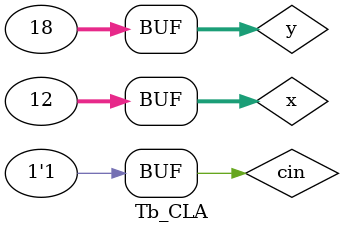
<source format=v>
	
module Tb_CLA;

	reg[31:0] x,y;
	reg cin;
	wire[31:0] sum;
	wire cout;
	
	CLAdder_32bit tes (x,y,cin,sum,cout);
	initial begin
		
		cin =0; x = 1; y = 2; #100;
		cin =1; x = 1; y = 2; #100;

		cin = 0; x = 2; y = 3; #100; 
		cin = 1; x = 2; y = 3; #100;

		cin = 0; x = 5; y = 16; #100; 
		cin = 1; x = 5; y = 16; #100;
		
		cin = 0; x = 12; y = 18; #100;
		cin = 1; x = 12; y = 18; #100; 
		
		
	end
	
	
endmodule

</source>
